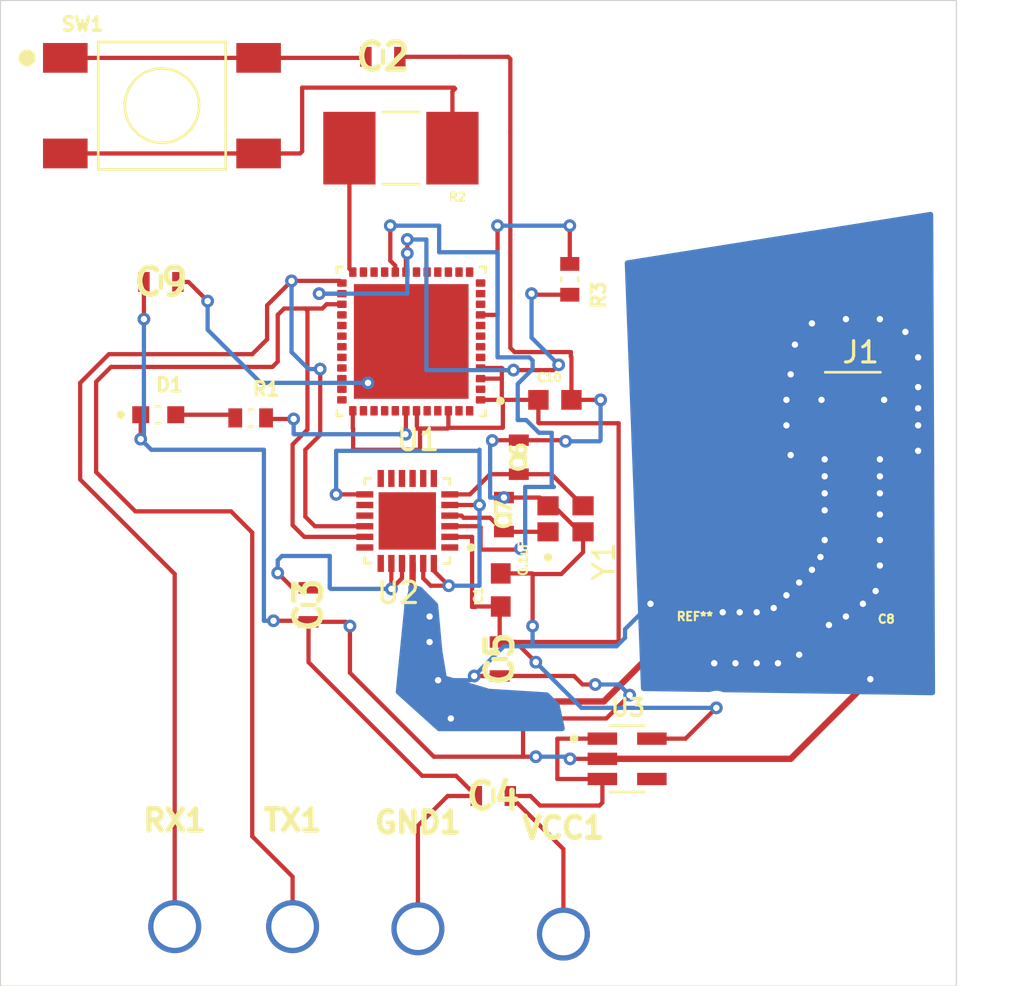
<source format=kicad_pcb>
(kicad_pcb (version 20241229) (generator "pcbnew") (generator_version "9.0")
  (layers (0 "F.Cu" signal) (2 "B.Cu" signal) (13 "F.Paste" user) (15 "B.Paste" user) (5 "F.SilkS" user "F.Silkscreen") (7 "B.SilkS" user "B.Silkscreen") (1 "F.Mask" user) (3 "B.Mask" user) (25 "Edge.Cuts" user))
  (net 0 "")
  (net 3 "Net-(D1-PadA)")
  (net 4 "ESP_GROUND")
  (net 9 "VCC")
  (net 11 "Pico_VDD")
  (net 26 "Net-(U1-GND)")
  (net 32 "Net-(U1-EN)")
  (net 34 "Net-(C2-Pad2)")
  (net 42 "Net-(C3-Pad2)")
  (net 43 "UFL_Connector")
  (net 48 "SX1280_Crystal")
  (net 57 "ESP_RX")
  (net 58 "Button_GPIO")
  (net 59 "Net-(U1-IO4)")
  (net 60 "ESP_TX")
  (net 61 "SX1280_RESET")
  (net 62 "Net-(U2-RFIO)")
  (net 63 "Net-(U1-IO21)")
  (footprint "Capacitor-1_2pF:Capacitor_1_2pF" (layer "F.Cu") (at 279.6 117.8)
    (property "Reference" "C8")
    (property "Value" "1.2 pF")
  )
  (footprint "PAD:Via_Pad" (layer "F.Cu") (at 264.7 127.25)
    (property "Reference" "VCC1")
    (property "Value" "~")
  )
  (footprint "SX1280IMLTRT:SX1280IMLTRT" (layer "F.Cu") (at 257.35 112.3 180)
    (property "Reference" "U2")
    (property "Value" "SX1280IMLTRT")
  )
  (footprint "ESP32-PICO-D4:ESP32_PICO_D4" (layer "F.Cu") (at 257.535 103.85 180)
    (property "Reference" "U1")
    (property "Value" "ESP32-PICO-D4")
  )
  (footprint "U.FL-R-SMT_01_:U.FL_R_SMT_01" (layer "F.Cu") (at 278.325 106.6)
    (property "Reference" "J1")
    (property "Value" "U.FL-R-SMT_01_")
  )
  (footprint "boot-button1:boot_button1" (layer "F.Cu") (at 245.8 92.75)
    (property "Reference" "SW1")
    (property "Value" "Button")
  )
  (footprint "10kResist:10kResist" (layer "F.Cu") (at 265 100.925 -90)
    (property "Reference" "R3")
    (property "Value" "10k_Resist")
  )
  (footprint "Decoup-Capacitor-0_1uF:Decoup_Capacitor_0_1uF" (layer "F.Cu") (at 264.3 106.6)
    (property "Reference" "C10")
    (property "Value" "0.1uF")
  )
  (footprint "Capacitor10uF:Capacitor10uF" (layer "F.Cu") (at 261.7 118.8 -90)
    (property "Reference" "C5")
    (property "Value" "10uF" (hide yes))
  )
  (footprint "PAD:Via_Pad" (layer "F.Cu") (at 246.4 126.9)
    (property "Reference" "RX1")
    (property "Value" "~")
  )
  (footprint "10kResist:10kResist" (layer "F.Cu") (at 249.975 107.45)
    (property "Reference" "R1")
    (property "Value" "10k_Resist")
  )
  (footprint "Capacitor10uF:Capacitor10uF" (layer "F.Cu") (at 245.75 101.05 180)
    (property "Reference" "C9")
    (property "Value" "10uF" (hide yes))
  )
  (footprint "Capacitor10uF:Capacitor10uF" (layer "F.Cu") (at 256.2 90.45 180)
    (property "Reference" "C2")
    (property "Value" "10uF" (hide yes))
  )
  (footprint "Crysta-RF-40MHz:Crysta_RF_40MHz" (layer "F.Cu") (at 264.8 112.2 90)
    (property "Reference" "Y1")
    (property "Value" "Crystal")
  )
  (footprint "3_3nH_Inductor:Inductor_3_3nH" (layer "F.Cu") (at 270.6 117.8)
    (property "Reference" "REF**")
    (property "Value" "INDC1006X60N")
  )
  (footprint "PAD:Via_Pad" (layer "F.Cu") (at 257.85 127)
    (property "Reference" "GND1")
    (property "Value" "~")
  )
  (footprint "Capacitor10uF:Capacitor10uF" (layer "F.Cu") (at 262.6 109.3 90)
    (property "Reference" "C6")
    (property "Value" "10uF" (hide yes))
  )
  (footprint "LDO-3v-500mA:LDO_3v_500mA" (layer "F.Cu") (at 267.7 123.5)
    (property "Reference" "U3")
    (property "Value" "LDO")
  )
  (footprint "PAD:Via_Pad" (layer "F.Cu") (at 251.95 126.9)
    (property "Reference" "TX1")
    (property "Value" "~")
  )
  (footprint "1kResist:1kResist" (layer "F.Cu") (at 257.05 94.75 180)
    (property "Reference" "R2")
    (property "Value" "1KOhms")
  )
  (footprint "LED_SML_D12M1WT86:LED_SML_D12M1WT86" (layer "F.Cu") (at 245.625 107.3)
    (property "Reference" "D1")
    (property "Value" "LED")
  )
  (footprint "Capacitor10uF:Capacitor10uF" (layer "F.Cu") (at 252.7 116.25 90)
    (property "Reference" "C3")
    (property "Value" "10uF" (hide yes))
  )
  (footprint "Decoup-Capacitor-0_1uF:Decoup_Capacitor_0_1uF" (layer "F.Cu") (at 261.75 115.55 90)
    (property "Reference" "C1")
    (property "Value" "0.1uF")
  )
  (footprint "Capacitor10uF:Capacitor10uF" (layer "F.Cu") (at 261.9 112 90)
    (property "Reference" "C7")
    (property "Value" "10uF" (hide yes))
  )
  (footprint "Capacitor10uF:Capacitor10uF" (layer "F.Cu") (at 261.4 125.25 180)
    (property "Reference" "C4")
    (property "Value" "10uF" (hide yes))
  )
  (gr_rect (start 238.2 87.8) (end 283.2 134.2) (stroke (width 0.05)) (fill no) (layer "Edge.Cuts"))
  (segment (start 249.1 107.3) (end 249.25 107.45) (width 0.2) (layer "F.Cu") (net 3))
  (segment (start 246.45 107.3) (end 249.1 107.3) (width 0.2) (layer "F.Cu") (net 3))
  (segment (start 252.65 117) (end 252.7 117.05) (width 0.2) (layer "F.Cu") (net 4))
  (segment (start 254.65 117.25) (end 254.45 117.05) (width 0.2) (layer "F.Cu") (net 4))
  (segment (start 260.5 119.6) (end 265.2 119.6) (width 0.2) (layer "F.Cu") (net 4))
  (segment (start 281 106.6) (end 281.4 107) (width 0.3) (layer "F.Cu") (net 4))
  (segment (start 265.2 121.6) (end 263.2 121.6) (width 0.2) (layer "F.Cu") (net 4))
  (segment (start 251.05 117) (end 252.65 117) (width 0.2) (layer "F.Cu") (net 4))
  (segment (start 254.45 117.05) (end 252.7 117.05) (width 0.2) (layer "F.Cu") (net 4))
  (segment (start 276.6 106.6) (end 275.4 105.4) (width 0.3) (layer "F.Cu") (net 4))
  (segment (start 265.625 113.775) (end 264.6 114.8) (width 0.2) (layer "F.Cu") (net 4))
  (segment (start 265.625 112.8125) (end 265.625 113.775) (width 0.2) (layer "F.Cu") (net 4))
  (segment (start 244.95 101.05) (end 244.95 102.8) (width 0.2) (layer "F.Cu") (net 4))
  (segment (start 261.9 111.2) (end 263.5875 111.2) (width 0.2) (layer "F.Cu") (net 4))
  (segment (start 262.2 90.55) (end 262.2 94) (width 0.2) (layer "F.Cu") (net 4))
  (segment (start 276.85 106.6) (end 276.6 106.6) (width 0.3) (layer "F.Cu") (net 4))
  (segment (start 279.15 119.75) (end 280.027 118.873) (width 0.3) (layer "F.Cu") (net 4))
  (segment (start 275.4 123.5) (end 278.15 120.75) (width 0.3) (layer "F.Cu") (net 4))
  (segment (start 266.719239 121.6) (end 265.2 121.6) (width 0.2) (layer "F.Cu") (net 4))
  (segment (start 262.8 122) (end 262.8 123.4) (width 0.2) (layer "F.Cu") (net 4))
  (segment (start 254.65 117.25) (end 254.65 119.45) (width 0.2) (layer "F.Cu") (net 4))
  (segment (start 263.2 121.6) (end 262.8 122) (width 0.2) (layer "F.Cu") (net 4))
  (segment (start 262.8 123.4) (end 263.4 123.4) (width 0.2) (layer "F.Cu") (net 4))
  (segment (start 259.65 124.3) (end 260.6 125.25) (width 0.2) (layer "F.Cu") (net 4))
  (segment (start 265.078 104.578) (end 265.078 106.6) (width 0.2) (layer "F.Cu") (net 4))
  (segment (start 244.8 107.3) (end 244.8 108.45) (width 0.2) (layer "F.Cu") (net 4))
  (segment (start 259.8 90.45) (end 262.1 90.45) (width 0.2) (layer "F.Cu") (net 4))
  (segment (start 257.85 126.65) (end 259.25 125.25) (width 0.2) (layer "F.Cu") (net 4))
  (segment (start 264.2375 111.5875) (end 265.4625 112.8125) (width 0.2) (layer "F.Cu") (net 4))
  (segment (start 279.2 103.8) (end 279.8 103.8) (width 0.3) (layer "F.Cu") (net 4))
  (segment (start 268.8 116.2) (end 271.8 116.2) (width 0.2) (layer "F.Cu") (net 4))
  (segment (start 262.1 90.45) (end 262.2 90.55) (width 0.2) (layer "F.Cu") (net 4))
  (segment (start 252.7 117.05) (end 252.7 118.95) (width 0.2) (layer "F.Cu") (net 4))
  (segment (start 265.6 120) (end 266.2 120) (width 0.2) (layer "F.Cu") (net 4))
  (segment (start 252.7 118.95) (end 258.05 124.3) (width 0.2) (layer "F.Cu") (net 4))
  (segment (start 279.8 103.8) (end 279.8 106.6) (width 0.3) (layer "F.Cu") (net 4))
  (segment (start 276.85 104.15) (end 277 104) (width 0.3) (layer "F.Cu") (net 4))
  (segment (start 263.222 114.772) (end 263.25 114.8) (width 0.2) (layer "F.Cu") (net 4))
  (segment (start 261.365 108.5) (end 261.35 108.515) (width 0.2) (layer "F.Cu") (net 4))
  (segment (start 280.027 118.873) (end 280.027 117.8) (width 0.3) (layer "F.Cu") (net 4))
  (segment (start 261.7 119.6) (end 260.5 119.6) (width 0.2) (layer "F.Cu") (net 4))
  (segment (start 267.819238 120.500001) (end 266.719239 121.6) (width 0.2) (layer "F.Cu") (net 4))
  (segment (start 262.4 104.35) (end 265.05 104.35) (width 0.2) (layer "F.Cu") (net 4))
  (segment (start 265.2 119.6) (end 265.6 120) (width 0.2) (layer "F.Cu") (net 4))
  (segment (start 257 90.45) (end 259.8 90.45) (width 0.2) (layer "F.Cu") (net 4))
  (segment (start 266.535 123.5) (end 275.4 123.5) (width 0.3) (layer "F.Cu") (net 4))
  (segment (start 264.6 114.8) (end 263.25 114.8) (width 0.2) (layer "F.Cu") (net 4))
  (segment (start 262.6 108.5) (end 261.365 108.5) (width 0.2) (layer "F.Cu") (net 4))
  (segment (start 278.15 120.75) (end 279.15 119.75) (width 0.3) (layer "F.Cu") (net 4))
  (segment (start 259.25 125.25) (end 260.6 125.25) (width 0.2) (layer "F.Cu") (net 4))
  (segment (start 263.25 114.8) (end 263.25 117.25) (width 0.2) (layer "F.Cu") (net 4))
  (segment (start 258.6 123.4) (end 262.8 123.4) (width 0.2) (layer "F.Cu") (net 4))
  (segment (start 257.85 126.65) (end 257.85 131.5) (width 0.2) (layer "F.Cu") (net 4))
  (segment (start 265.05 104.35) (end 265.05 104.55) (width 0.2) (layer "F.Cu") (net 4))
  (segment (start 271.8 116.2) (end 272.2 116.6) (width 0.2) (layer "F.Cu") (net 4))
  (segment (start 266.535 123.5) (end 265.015 123.5) (width 0.2) (layer "F.Cu") (net 4))
  (segment (start 276.85 106.6) (end 276.85 104.15) (width 0.3) (layer "F.Cu") (net 4))
  (segment (start 263.975 111.5875) (end 264.2375 111.5875) (width 0.2) (layer "F.Cu") (net 4))
  (segment (start 262.2 94) (end 262.2 104.15) (width 0.2) (layer "F.Cu") (net 4))
  (segment (start 264.75 108.5) (end 262.6 108.5) (width 0.2) (layer "F.Cu") (net 4))
  (segment (start 279.8 106.6) (end 281 106.6) (width 0.3) (layer "F.Cu") (net 4))
  (segment (start 258.05 124.3) (end 259.65 124.3) (width 0.2) (layer "F.Cu") (net 4))
  (segment (start 264.8 108.55) (end 264.75 108.5) (width 0.2) (layer "F.Cu") (net 4))
  (segment (start 277 104) (end 279 104) (width 0.3) (layer "F.Cu") (net 4))
  (segment (start 262.2 104.15) (end 262.4 104.35) (width 0.2) (layer "F.Cu") (net 4))
  (segment (start 265.4625 112.8125) (end 265.625 112.8125) (width 0.2) (layer "F.Cu") (net 4))
  (segment (start 261.75 114.772) (end 263.222 114.772) (width 0.2) (layer "F.Cu") (net 4))
  (segment (start 263.5875 111.2) (end 263.975 111.5875) (width 0.2) (layer "F.Cu") (net 4))
  (segment (start 265.05 104.55) (end 265.078 104.578) (width 0.2) (layer "F.Cu") (net 4))
  (segment (start 265.078 106.6) (end 266.45 106.6) (width 0.2) (layer "F.Cu") (net 4))
  (segment (start 279 104) (end 279.2 103.8) (width 0.3) (layer "F.Cu") (net 4))
  (segment (start 254.65 119.45) (end 258.6 123.4) (width 0.2) (layer "F.Cu") (net 4))
  (via (at 258.4 116.8) (size 0.6) (drill 0.3) (layers "F.Cu" "B.Cu") (net 4))
  (via (at 276.85 106.6) (size 0.6) (drill 0.3) (layers "F.Cu" "B.Cu") (net 4))
  (via (at 279.4 115.6) (size 0.6) (drill 0.3) (layers "F.Cu" "B.Cu") (net 4))
  (via (at 275.2 106.6) (size 0.6) (drill 0.3) (layers "F.Cu" "B.Cu") (net 4))
  (via (at 265.015 123.5) (size 0.6) (drill 0.3) (layers "F.Cu" "B.Cu") (net 4))
  (via (at 268.8 116.2) (size 0.6) (drill 0.3) (layers "F.Cu" "B.Cu") (net 4))
  (via (at 275.4 105.4) (size 0.6) (drill 0.3) (layers "F.Cu" "B.Cu") (net 4))
  (via (at 281.4 106) (size 0.6) (drill 0.3) (layers "F.Cu" "B.Cu") (net 4))
  (via (at 273.8 116.6) (size 0.6) (drill 0.3) (layers "F.Cu" "B.Cu") (net 4))
  (via (at 275.8 118.6) (size 0.6) (drill 0.3) (layers "F.Cu" "B.Cu") (net 4))
  (via (at 279.15 119.75) (size 0.6) (drill 0.3) (layers "F.Cu" "B.Cu") (net 4))
  (via (at 275.2 107.8) (size 0.6) (drill 0.3) (layers "F.Cu" "B.Cu") (net 4))
  (via (at 263.25 117.25) (size 0.6) (drill 0.3) (layers "F.Cu" "B.Cu") (net 4))
  (via (at 281.4 107) (size 0.6) (drill 0.3) (layers "F.Cu" "B.Cu") (net 4))
  (via (at 251.05 117) (size 0.6) (drill 0.3) (layers "F.Cu" "B.Cu") (net 4))
  (via (at 261.9 111.2) (size 0.6) (drill 0.3) (layers "F.Cu" "B.Cu") (net 4))
  (via (at 258.8 119.8) (size 0.6) (drill 0.3) (layers "F.Cu" "B.Cu") (net 4))
  (via (at 244.8 108.45) (size 0.6) (drill 0.3) (layers "F.Cu" "B.Cu") (net 4))
  (via (at 267.819238 120.500001) (size 0.6) (drill 0.3) (layers "F.Cu" "B.Cu") (net 4))
  (via (at 260.5 119.6) (size 0.6) (drill 0.3) (layers "F.Cu" "B.Cu") (net 4))
  (via (at 279.6 111) (size 0.6) (drill 0.3) (layers "F.Cu" "B.Cu") (net 4))
  (via (at 261.35 108.515) (size 0.6) (drill 0.3) (layers "F.Cu" "B.Cu") (net 4))
  (via (at 275.8 115.2) (size 0.6) (drill 0.3) (layers "F.Cu" "B.Cu") (net 4))
  (via (at 279.6 109.4) (size 0.6) (drill 0.3) (layers "F.Cu" "B.Cu") (net 4))
  (via (at 272.8 119) (size 0.6) (drill 0.3) (layers "F.Cu" "B.Cu") (net 4))
  (via (at 266.45 106.6) (size 0.6) (drill 0.3) (layers "F.Cu" "B.Cu") (net 4))
  (via (at 280.8 103.4) (size 0.6) (drill 0.3) (layers "F.Cu" "B.Cu") (net 4))
  (via (at 259.4 121.6) (size 0.6) (drill 0.3) (layers "F.Cu" "B.Cu") (net 4))
  (via (at 276.8 114) (size 0.6) (drill 0.3) (layers "F.Cu" "B.Cu") (net 4))
  (via (at 275.4 109.2) (size 0.6) (drill 0.3) (layers "F.Cu" "B.Cu") (net 4))
  (via (at 277 113.2) (size 0.6) (drill 0.3) (layers "F.Cu" "B.Cu") (net 4))
  (via (at 281.4 107.8) (size 0.6) (drill 0.3) (layers "F.Cu" "B.Cu") (net 4))
  (via (at 272.2 116.6) (size 0.6) (drill 0.3) (layers "F.Cu" "B.Cu") (net 4))
  (via (at 264.8 108.55) (size 0.6) (drill 0.3) (layers "F.Cu" "B.Cu") (net 4))
  (via (at 279.6 114.4) (size 0.6) (drill 0.3) (layers "F.Cu" "B.Cu") (net 4))
  (via (at 278 116.8) (size 0.6) (drill 0.3) (layers "F.Cu" "B.Cu") (net 4))
  (via (at 277 110.2) (size 0.6) (drill 0.3) (layers "F.Cu" "B.Cu") (net 4))
  (via (at 274.6 116.4) (size 0.6) (drill 0.3) (layers "F.Cu" "B.Cu") (net 4))
  (via (at 279.6 110.2) (size 0.6) (drill 0.3) (layers "F.Cu" "B.Cu") (net 4))
  (via (at 266.2 120) (size 0.6) (drill 0.3) (layers "F.Cu" "B.Cu") (net 4))
  (via (at 278.8 116.2) (size 0.6) (drill 0.3) (layers "F.Cu" "B.Cu") (net 4))
  (via (at 277 109.4) (size 0.6) (drill 0.3) (layers "F.Cu" "B.Cu") (net 4))
  (via (at 273.8 119) (size 0.6) (drill 0.3) (layers "F.Cu" "B.Cu") (net 4))
  (via (at 275.2 115.8) (size 0.6) (drill 0.3) (layers "F.Cu" "B.Cu") (net 4))
  (via (at 273 116.6) (size 0.6) (drill 0.3) (layers "F.Cu" "B.Cu") (net 4))
  (via (at 279.6 112) (size 0.6) (drill 0.3) (layers "F.Cu" "B.Cu") (net 4))
  (via (at 258.4 118) (size 0.6) (drill 0.3) (layers "F.Cu" "B.Cu") (net 4))
  (via (at 279.6 102.8) (size 0.6) (drill 0.3) (layers "F.Cu" "B.Cu") (net 4))
  (via (at 254.65 117.25) (size 0.6) (drill 0.3) (layers "F.Cu" "B.Cu") (net 4))
  (via (at 277.2 117.2) (size 0.6) (drill 0.3) (layers "F.Cu" "B.Cu") (net 4))
  (via (at 278 102.8) (size 0.6) (drill 0.3) (layers "F.Cu" "B.Cu") (net 4))
  (via (at 279.6 113.2) (size 0.6) (drill 0.3) (layers "F.Cu" "B.Cu") (net 4))
  (via (at 275.6 104) (size 0.6) (drill 0.3) (layers "F.Cu" "B.Cu") (net 4))
  (via (at 277 111.8) (size 0.6) (drill 0.3) (layers "F.Cu" "B.Cu") (net 4))
  (via (at 276.4 114.6) (size 0.6) (drill 0.3) (layers "F.Cu" "B.Cu") (net 4))
  (via (at 277 111) (size 0.6) (drill 0.3) (layers "F.Cu" "B.Cu") (net 4))
  (via (at 281.4 104.6) (size 0.6) (drill 0.3) (layers "F.Cu" "B.Cu") (net 4))
  (via (at 244.95 102.8) (size 0.6) (drill 0.3) (layers "F.Cu" "B.Cu") (net 4))
  (via (at 279.8 106.6) (size 0.6) (drill 0.3) (layers "F.Cu" "B.Cu") (net 4))
  (via (at 276.4 103) (size 0.6) (drill 0.3) (layers "F.Cu" "B.Cu") (net 4))
  (via (at 263.4 123.4) (size 0.6) (drill 0.3) (layers "F.Cu" "B.Cu") (net 4))
  (via (at 271.8 119) (size 0.6) (drill 0.3) (layers "F.Cu" "B.Cu") (net 4))
  (via (at 281.4 109) (size 0.6) (drill 0.3) (layers "F.Cu" "B.Cu") (net 4))
  (via (at 274.8 119) (size 0.6) (drill 0.3) (layers "F.Cu" "B.Cu") (net 4))
  (segment (start 263.2 118.2) (end 267.2 118.2) (width 0.2) (layer "B.Cu") (net 4))
  (segment (start 258.8 119.8) (end 260.3 119.8) (width 0.2) (layer "B.Cu") (net 4))
  (segment (start 250.6 117) (end 251.05 117) (width 0.2) (layer "B.Cu") (net 4))
  (segment (start 263.25 117.25) (end 263.25 118.15) (width 0.2) (layer "B.Cu") (net 4))
  (segment (start 266.4 108.55) (end 264.8 108.55) (width 0.2) (layer "B.Cu") (net 4))
  (segment (start 266.2 120) (end 267.319237 120) (width 0.2) (layer "B.Cu") (net 4))
  (segment (start 267.319237 120) (end 267.819238 120.500001) (width 0.2) (layer "B.Cu") (net 4))
  (segment (start 260.3 119.8) (end 260.5 119.6) (width 0.2) (layer "B.Cu") (net 4))
  (segment (start 261.25 108.615) (end 261.25 111.2) (width 0.2) (layer "B.Cu") (net 4))
  (segment (start 260.5 119.6) (end 261.9 118.2) (width 0.2) (layer "B.Cu") (net 4))
  (segment (start 263.4 123.4) (end 264.915 123.4) (width 0.2) (layer "B.Cu") (net 4))
  (segment (start 261.35 108.515) (end 261.25 108.615) (width 0.2) (layer "B.Cu") (net 4))
  (segment (start 261.25 111.2) (end 261.9 111.2) (width 0.2) (layer "B.Cu") (net 4))
  (segment (start 267.2 118.2) (end 267.6 117.8) (width 0.2) (layer "B.Cu") (net 4))
  (segment (start 245.3 108.95) (end 250.6 108.95) (width 0.2) (layer "B.Cu") (net 4))
  (segment (start 244.95 108.3) (end 244.8 108.45) (width 0.2) (layer "B.Cu") (net 4))
  (segment (start 263.25 118.15) (end 263.2 118.2) (width 0.2) (layer "B.Cu") (net 4))
  (segment (start 250.6 108.95) (end 250.6 117) (width 0.2) (layer "B.Cu") (net 4))
  (segment (start 267.6 117.8) (end 267.6 117.4) (width 0.2) (layer "B.Cu") (net 4))
  (segment (start 267.6 117.4) (end 268.8 116.2) (width 0.2) (layer "B.Cu") (net 4))
  (segment (start 244.95 102.8) (end 244.95 108.3) (width 0.2) (layer "B.Cu") (net 4))
  (segment (start 254.65 117.25) (end 254.55 117.35) (width 0.2) (layer "B.Cu") (net 4))
  (segment (start 266.45 108.5) (end 266.4 108.55) (width 0.2) (layer "B.Cu") (net 4))
  (segment (start 261.9 118.2) (end 263.2 118.2) (width 0.2) (layer "B.Cu") (net 4))
  (segment (start 244.8 108.45) (end 245.3 108.95) (width 0.2) (layer "B.Cu") (net 4))
  (segment (start 264.915 123.4) (end 265.015 123.5) (width 0.2) (layer "B.Cu") (net 4))
  (segment (start 266.45 106.6) (end 266.45 108.5) (width 0.2) (layer "B.Cu") (net 4))
  (segment (start 266.535 125.565) (end 266.4 125.7) (width 0.2) (layer "F.Cu") (net 9))
  (segment (start 266.535 124.45) (end 266.535 125.565) (width 0.2) (layer "F.Cu") (net 9))
  (segment (start 264.415 124.45) (end 266.535 124.45) (width 0.2) (layer "F.Cu") (net 9))
  (segment (start 266.4 125.7) (end 263.6 125.7) (width 0.2) (layer "F.Cu") (net 9))
  (segment (start 264.415 122.55) (end 264.415 124.45) (width 0.2) (layer "F.Cu") (net 9))
  (segment (start 266.535 122.55) (end 264.415 122.55) (width 0.2) (layer "F.Cu") (net 9))
  (segment (start 263.15 125.25) (end 262.2 125.25) (width 0.2) (layer "F.Cu") (net 9))
  (segment (start 262.2 125.25) (end 264.7 127.75) (width 0.2) (layer "F.Cu") (net 9))
  (segment (start 264.7 127.75) (end 264.7 131.75) (width 0.2) (layer "F.Cu") (net 9))
  (segment (start 263.6 125.7) (end 263.15 125.25) (width 0.2) (layer "F.Cu") (net 9))
  (segment (start 258 107.95) (end 259.25 107.95) (width 0.2) (layer "F.Cu") (net 11))
  (segment (start 257.95 108) (end 258 107.95) (width 0.2) (layer "F.Cu") (net 11))
  (segment (start 261.7 118) (end 262.45 118) (width 0.2) (layer "F.Cu") (net 11))
  (segment (start 260.8 106.6) (end 261.8 106.6) (width 0.2) (layer "F.Cu") (net 11))
  (segment (start 254.785 107.935) (end 254.8 107.95) (width 0.2) (layer "F.Cu") (net 11))
  (segment (start 254.785 107.115) (end 254.785 107.935) (width 0.2) (layer "F.Cu") (net 11))
  (segment (start 261.8 105.1) (end 261.8 105.6) (width 0.2) (layer "F.Cu") (net 11))
  (segment (start 265 101.65) (end 263.25 101.65) (width 0.2) (layer "F.Cu") (net 11))
  (segment (start 267.3 118) (end 267.3 107.7) (width 0.2) (layer "F.Cu") (net 11))
  (segment (start 261.85 107.9) (end 261.85 106.65) (width 0.2) (layer "F.Cu") (net 11))
  (segment (start 270.45 122.55) (end 268.865 122.55) (width 0.2) (layer "F.Cu") (net 11))
  (segment (start 260.55 116.35) (end 260.572 116.328) (width 0.2) (layer "F.Cu") (net 11))
  (segment (start 257.8 107.13) (end 257.8 107.95) (width 0.2) (layer "F.Cu") (net 11))
  (segment (start 257.785 107.115) (end 257.8 107.13) (width 0.2) (layer "F.Cu") (net 11))
  (segment (start 261.835 107.915) (end 261.85 107.9) (width 0.2) (layer "F.Cu") (net 11))
  (segment (start 261.9 105.2) (end 261.8 105.1) (width 0.2) (layer "F.Cu") (net 11))
  (segment (start 257.95 108.95) (end 257.95 108) (width 0.2) (layer "F.Cu") (net 11))
  (segment (start 260.8 105.1) (end 261.8 105.1) (width 0.2) (layer "F.Cu") (net 11))
  (segment (start 261.85 106.65) (end 261.8 106.6) (width 0.2) (layer "F.Cu") (net 11))
  (segment (start 254.8 108.95) (end 257.95 108.95) (width 0.2) (layer "F.Cu") (net 11))
  (segment (start 254.27 101.6) (end 253.2 101.6) (width 0.2) (layer "F.Cu") (net 11))
  (segment (start 260.4 113.05) (end 260.4 116.35) (width 0.2) (layer "F.Cu") (net 11))
  (segment (start 260.8 105.6) (end 261.8 105.6) (width 0.2) (layer "F.Cu") (net 11))
  (segment (start 259.35 113.05) (end 260.4 113.05) (width 0.2) (layer "F.Cu") (net 11))
  (segment (start 257.8 107.95) (end 258 107.95) (width 0.2) (layer "F.Cu") (net 11))
  (segment (start 257.35 99.7) (end 257.285 99.765) (width 0.2) (layer "F.Cu") (net 11))
  (segment (start 263.522 107.672) (end 263.522 106.6) (width 0.2) (layer "F.Cu") (net 11))
  (segment (start 263.55 107.7) (end 263.522 107.672) (width 0.2) (layer "F.Cu") (net 11))
  (segment (start 261.7 118) (end 267.3 118) (width 0.2) (layer "F.Cu") (net 11))
  (segment (start 261.7 118) (end 261.7 116.378) (width 0.2) (layer "F.Cu") (net 11))
  (segment (start 260.572 116.328) (end 261.75 116.328) (width 0.2) (layer "F.Cu") (net 11))
  (segment (start 263.25 101.65) (end 263.2 101.6) (width 0.2) (layer "F.Cu") (net 11))
  (segment (start 261.8 105.6) (end 261.8 106.6) (width 0.2) (layer "F.Cu") (net 11))
  (segment (start 261.7 116.378) (end 261.75 116.328) (width 0.2) (layer "F.Cu") (net 11))
  (segment (start 271.9 121.1) (end 270.45 122.55) (width 0.2) (layer "F.Cu") (net 11))
  (segment (start 261.8 106.6) (end 263.522 106.6) (width 0.2) (layer "F.Cu") (net 11))
  (segment (start 259.285 107.915) (end 259.285 107.115) (width 0.2) (layer "F.Cu") (net 11))
  (segment (start 262.45 118) (end 263.4 118.95) (width 0.2) (layer "F.Cu") (net 11))
  (segment (start 257.35 99.7) (end 257.35 99.05) (width 0.2) (layer "F.Cu") (net 11))
  (segment (start 267.3 107.7) (end 263.55 107.7) (width 0.2) (layer "F.Cu") (net 11))
  (segment (start 262.35 105.2) (end 261.9 105.2) (width 0.2) (layer "F.Cu") (net 11))
  (segment (start 264.478 104.95) (end 264.228 105.2) (width 0.2) (layer "F.Cu") (net 11))
  (segment (start 260.4 116.35) (end 260.55 116.35) (width 0.2) (layer "F.Cu") (net 11))
  (segment (start 259.25 107.95) (end 259.285 107.915) (width 0.2) (layer "F.Cu") (net 11))
  (segment (start 257.285 99.765) (end 257.285 100.585) (width 0.2) (layer "F.Cu") (net 11))
  (segment (start 254.8 107.95) (end 254.8 108.95) (width 0.2) (layer "F.Cu") (net 11))
  (segment (start 264.228 105.2) (end 262.35 105.2) (width 0.2) (layer "F.Cu") (net 11))
  (segment (start 259.285 107.915) (end 261.835 107.915) (width 0.2) (layer "F.Cu") (net 11))
  (via (at 263.4 118.95) (size 0.6) (drill 0.3) (layers "F.Cu" "B.Cu") (net 11))
  (via (at 262.35 105.2) (size 0.6) (drill 0.3) (layers "F.Cu" "B.Cu") (net 11))
  (via (at 263.2 101.6) (size 0.6) (drill 0.3) (layers "F.Cu" "B.Cu") (net 11))
  (via (at 257.35 99.7) (size 0.6) (drill 0.3) (layers "F.Cu" "B.Cu") (net 11))
  (via (at 264.478 104.95) (size 0.6) (drill 0.3) (layers "F.Cu" "B.Cu") (net 11))
  (via (at 271.9 121.1) (size 0.6) (drill 0.3) (layers "F.Cu" "B.Cu") (net 11))
  (via (at 253.2 101.6) (size 0.6) (drill 0.3) (layers "F.Cu" "B.Cu") (net 11))
  (via (at 257.35 99.05) (size 0.6) (drill 0.3) (layers "F.Cu" "B.Cu") (net 11))
  (segment (start 257.35 101.6) (end 257.35 100.6) (width 0.2) (layer "B.Cu") (net 11))
  (segment (start 263.2 101.6) (end 263.2 103.672) (width 0.2) (layer "B.Cu") (net 11))
  (segment (start 257.35 100.6) (end 257.35 99.7) (width 0.2) (layer "B.Cu") (net 11))
  (segment (start 263.4 118.95) (end 265.55 121.1) (width 0.2) (layer "B.Cu") (net 11))
  (segment (start 265.55 121.1) (end 271.9 121.1) (width 0.2) (layer "B.Cu") (net 11))
  (segment (start 253.2 101.6) (end 257.35 101.6) (width 0.2) (layer "B.Cu") (net 11))
  (segment (start 258.25 99.05) (end 258.25 105.2) (width 0.2) (layer "B.Cu") (net 11))
  (segment (start 258.25 105.2) (end 262.35 105.2) (width 0.2) (layer "B.Cu") (net 11))
  (segment (start 263.2 103.672) (end 264.478 104.95) (width 0.2) (layer "B.Cu") (net 11))
  (segment (start 257.35 99.05) (end 258.25 99.05) (width 0.2) (layer "B.Cu") (net 11))
  (segment (start 247.05 101.05) (end 247.95 101.95) (width 0.2) (layer "F.Cu") (net 26))
  (segment (start 257.535 103.85) (end 255.585 105.8) (width 0.2) (layer "F.Cu") (net 26))
  (segment (start 255.585 105.8) (end 255.5 105.8) (width 0.2) (layer "F.Cu") (net 26))
  (segment (start 246.55 101.05) (end 247.05 101.05) (width 0.2) (layer "F.Cu") (net 26))
  (via (at 247.95 101.95) (size 0.6) (drill 0.3) (layers "F.Cu" "B.Cu") (net 26))
  (via (at 255.5 105.8) (size 0.6) (drill 0.3) (layers "F.Cu" "B.Cu") (net 26))
  (segment (start 255.5 105.8) (end 250.45 105.8) (width 0.2) (layer "B.Cu") (net 26))
  (segment (start 250.45 105.8) (end 247.95 103.3) (width 0.2) (layer "B.Cu") (net 26))
  (segment (start 247.95 103.3) (end 247.95 101.95) (width 0.2) (layer "B.Cu") (net 26))
  (segment (start 260.8 102.6) (end 261.6 102.6) (width 0.2) (layer "F.Cu") (net 32))
  (segment (start 261.6 102.6) (end 261.6 98.4) (width 0.2) (layer "F.Cu") (net 32))
  (segment (start 265 98.4) (end 265 100.2) (width 0.2) (layer "F.Cu") (net 32))
  (via (at 261.6 98.4) (size 0.6) (drill 0.3) (layers "F.Cu" "B.Cu") (net 32))
  (via (at 265 98.4) (size 0.6) (drill 0.3) (layers "F.Cu" "B.Cu") (net 32))
  (segment (start 261.6 98.4) (end 265 98.4) (width 0.2) (layer "B.Cu") (net 32))
  (segment (start 255.35 90.5) (end 255.4 90.45) (width 0.2) (layer "F.Cu") (net 34))
  (segment (start 241.25 90.5) (end 250.35 90.5) (width 0.2) (layer "F.Cu") (net 34))
  (segment (start 250.35 90.5) (end 255.35 90.5) (width 0.2) (layer "F.Cu") (net 34))
  (segment (start 258.1 115) (end 258.45 115.35) (width 0.2) (layer "F.Cu") (net 42))
  (segment (start 257.1 114.3) (end 257.1 115) (width 0.2) (layer "F.Cu") (net 42))
  (segment (start 258.6 114.3) (end 258.6 114.65) (width 0.2) (layer "F.Cu") (net 42))
  (segment (start 259.35 111.55) (end 260.75 111.55) (width 0.2) (layer "F.Cu") (net 42))
  (segment (start 258.45 115.35) (end 259.3 115.35) (width 0.2) (layer "F.Cu") (net 42))
  (segment (start 251.95 115.45) (end 251.25 114.75) (width 0.2) (layer "F.Cu") (net 42))
  (segment (start 258.1 114.3) (end 258.1 115) (width 0.2) (layer "F.Cu") (net 42))
  (segment (start 252.7 115.45) (end 251.95 115.45) (width 0.2) (layer "F.Cu") (net 42))
  (segment (start 257.1 115) (end 256.6 115.5) (width 0.2) (layer "F.Cu") (net 42))
  (segment (start 258.6 114.65) (end 259.3 115.35) (width 0.2) (layer "F.Cu") (net 42))
  (segment (start 255.35 111.05) (end 254 111.05) (width 0.2) (layer "F.Cu") (net 42))
  (segment (start 256.6 114.3) (end 256.6 115.5) (width 0.2) (layer "F.Cu") (net 42))
  (via (at 254 111.05) (size 0.6) (drill 0.3) (layers "F.Cu" "B.Cu") (net 42))
  (via (at 259.3 115.35) (size 0.6) (drill 0.3) (layers "F.Cu" "B.Cu") (net 42))
  (via (at 260.75 111.55) (size 0.6) (drill 0.3) (layers "F.Cu" "B.Cu") (net 42))
  (via (at 251.25 114.75) (size 0.6) (drill 0.3) (layers "F.Cu" "B.Cu") (net 42))
  (via (at 256.6 115.5) (size 0.6) (drill 0.3) (layers "F.Cu" "B.Cu") (net 42))
  (segment (start 253.7 115.45) (end 253.7 113.95) (width 0.2) (layer "B.Cu") (net 42))
  (segment (start 256.6 115.5) (end 253.75 115.5) (width 0.2) (layer "B.Cu") (net 42))
  (segment (start 251.45 113.95) (end 251.25 114.15) (width 0.2) (layer "B.Cu") (net 42))
  (segment (start 260.75 111.55) (end 260.75 115.35) (width 0.2) (layer "B.Cu") (net 42))
  (segment (start 254 109) (end 260.7 109) (width 0.2) (layer "B.Cu") (net 42))
  (segment (start 251.25 114.75) (end 251.25 114.15) (width 0.2) (layer "B.Cu") (net 42))
  (segment (start 253.7 113.95) (end 251.45 113.95) (width 0.2) (layer "B.Cu") (net 42))
  (segment (start 253.75 115.5) (end 253.7 115.45) (width 0.2) (layer "B.Cu") (net 42))
  (segment (start 260.75 115.35) (end 259.3 115.35) (width 0.2) (layer "B.Cu") (net 42))
  (segment (start 260.75 108.95) (end 260.75 111.55) (width 0.2) (layer "B.Cu") (net 42))
  (segment (start 254 111.05) (end 254 109) (width 0.2) (layer "B.Cu") (net 42))
  (segment (start 260.7 109) (end 260.75 108.95) (width 0.2) (layer "B.Cu") (net 42))
  (segment (start 275 117.8) (end 278.4 114.4) (width 1.4) (layer "F.Cu") (net 43))
  (segment (start 278.325 111.325) (end 278.325 108.15) (width 1.4) (layer "F.Cu") (net 43))
  (segment (start 278.4 111.4) (end 278.325 111.325) (width 1.4) (layer "F.Cu") (net 43))
  (segment (start 279.173 117.8) (end 275 117.8) (width 0.5) (layer "F.Cu") (net 43))
  (segment (start 275 117.8) (end 271.6 117.8) (width 1.4) (layer "F.Cu") (net 43))
  (segment (start 278.4 114.4) (end 278.4 111.4) (width 1.4) (layer "F.Cu") (net 43))
  (segment (start 259.35 112.05) (end 259.9 112.05) (width 0.2) (layer "F.Cu") (net 48))
  (segment (start 262.0625 112.8125) (end 263.975 112.8125) (width 0.2) (layer "F.Cu") (net 48))
  (segment (start 261.25 112.15) (end 261.9 112.8) (width 0.2) (layer "F.Cu") (net 48))
  (segment (start 262.05 112.8) (end 262.0625 112.8125) (width 0.2) (layer "F.Cu") (net 48))
  (segment (start 264.1375 110.1) (end 265.625 111.5875) (width 0.2) (layer "F.Cu") (net 48))
  (segment (start 262.6 110.1) (end 264.1375 110.1) (width 0.2) (layer "F.Cu") (net 48))
  (segment (start 261.25 110.1) (end 262.6 110.1) (width 0.2) (layer "F.Cu") (net 48))
  (segment (start 260 112.15) (end 261.25 112.15) (width 0.2) (layer "F.Cu") (net 48))
  (segment (start 259.9 112.05) (end 260 112.15) (width 0.2) (layer "F.Cu") (net 48))
  (segment (start 261.9 112.8) (end 262.05 112.8) (width 0.2) (layer "F.Cu") (net 48))
  (segment (start 259.35 111.05) (end 260.3 111.05) (width 0.2) (layer "F.Cu") (net 48))
  (segment (start 260.3 111.05) (end 261.25 110.1) (width 0.2) (layer "F.Cu") (net 48))
  (segment (start 243.3 104.45) (end 241.95 105.8) (width 0.2) (layer "F.Cu") (net 57))
  (segment (start 252.55 108.95) (end 253.25 108.25) (width 0.2) (layer "F.Cu") (net 57))
  (segment (start 251.9 101) (end 250.75 102.15) (width 0.2) (layer "F.Cu") (net 57))
  (segment (start 253 112.55) (end 252.55 112.1) (width 0.2) (layer "F.Cu") (net 57))
  (segment (start 241.95 105.8) (end 241.95 110.35) (width 0.2) (layer "F.Cu") (net 57))
  (segment (start 246.4 114.8) (end 246.4 131.4) (width 0.2) (layer "F.Cu") (net 57))
  (segment (start 255.35 112.55) (end 253 112.55) (width 0.2) (layer "F.Cu") (net 57))
  (segment (start 250.75 102.15) (end 250.75 103.75) (width 0.2) (layer "F.Cu") (net 57))
  (segment (start 250.75 103.75) (end 250.05 104.45) (width 0.2) (layer "F.Cu") (net 57))
  (segment (start 253.25 108.25) (end 253.25 105.15) (width 0.2) (layer "F.Cu") (net 57))
  (segment (start 252.55 112.1) (end 252.55 108.95) (width 0.2) (layer "F.Cu") (net 57))
  (segment (start 251.901 100.999) (end 251.9 101) (width 0.2) (layer "F.Cu") (net 57))
  (segment (start 254.169 100.999) (end 251.901 100.999) (width 0.2) (layer "F.Cu") (net 57))
  (segment (start 241.95 110.35) (end 246.4 114.8) (width 0.2) (layer "F.Cu") (net 57))
  (segment (start 250.05 104.45) (end 243.3 104.45) (width 0.2) (layer "F.Cu") (net 57))
  (segment (start 254.27 101.1) (end 254.169 100.999) (width 0.2) (layer "F.Cu") (net 57))
  (via (at 251.9 101) (size 0.6) (drill 0.3) (layers "F.Cu" "B.Cu") (net 57))
  (via (at 253.25 105.15) (size 0.6) (drill 0.3) (layers "F.Cu" "B.Cu") (net 57))
  (segment (start 253.25 105.15) (end 252.7 105.15) (width 0.2) (layer "B.Cu") (net 57))
  (segment (start 251.9 104.35) (end 251.9 101) (width 0.2) (layer "B.Cu") (net 57))
  (segment (start 252.7 105.15) (end 251.9 104.35) (width 0.2) (layer "B.Cu") (net 57))
  (segment (start 252.3 95) (end 252.4 94.9) (width 0.2) (layer "F.Cu") (net 58))
  (segment (start 241.25 95) (end 250.35 95) (width 0.2) (layer "F.Cu") (net 58))
  (segment (start 252.4 94.9) (end 252.4 91.9) (width 0.2) (layer "F.Cu") (net 58))
  (segment (start 259.475 92.075) (end 259.475 94.75) (width 0.2) (layer "F.Cu") (net 58))
  (segment (start 250.35 95) (end 252.3 95) (width 0.2) (layer "F.Cu") (net 58))
  (segment (start 259.6 91.95) (end 259.475 92.075) (width 0.2) (layer "F.Cu") (net 58))
  (segment (start 252.4 91.9) (end 259.55 91.9) (width 0.2) (layer "F.Cu") (net 58))
  (segment (start 259.55 91.9) (end 259.6 91.95) (width 0.2) (layer "F.Cu") (net 58))
  (segment (start 254.625 94.75) (end 254.625 100.425) (width 0.2) (layer "F.Cu") (net 59))
  (segment (start 254.625 100.425) (end 254.785 100.585) (width 0.2) (layer "F.Cu") (net 59))
  (segment (start 252.65 102.4) (end 252.55 102.3) (width 0.2) (layer "F.Cu") (net 60))
  (segment (start 253.349943 102.3) (end 252.55 102.3) (width 0.2) (layer "F.Cu") (net 60))
  (segment (start 251.55 102.3) (end 251.25 102.6) (width 0.2) (layer "F.Cu") (net 60))
  (segment (start 244.55 111.85) (end 249.05 111.85) (width 0.2) (layer "F.Cu") (net 60))
  (segment (start 251.95 108.7) (end 252.65 108) (width 0.2) (layer "F.Cu") (net 60))
  (segment (start 242.7 105.75) (end 242.7 110) (width 0.2) (layer "F.Cu") (net 60))
  (segment (start 251.25 102.6) (end 251.25 104.8) (width 0.2) (layer "F.Cu") (net 60))
  (segment (start 252.5 113.05) (end 251.95 112.5) (width 0.2) (layer "F.Cu") (net 60))
  (segment (start 250.05 112.85) (end 250.05 127.15) (width 0.2) (layer "F.Cu") (net 60))
  (segment (start 250.05 127.15) (end 251.95 129.05) (width 0.2) (layer "F.Cu") (net 60))
  (segment (start 242.7 110) (end 244.55 111.85) (width 0.2) (layer "F.Cu") (net 60))
  (segment (start 254.27 102.1) (end 253.549943 102.1) (width 0.2) (layer "F.Cu") (net 60))
  (segment (start 251.95 129.05) (end 251.95 131.4) (width 0.2) (layer "F.Cu") (net 60))
  (segment (start 253.549943 102.1) (end 253.349943 102.3) (width 0.2) (layer "F.Cu") (net 60))
  (segment (start 255.35 113.05) (end 252.5 113.05) (width 0.2) (layer "F.Cu") (net 60))
  (segment (start 252.55 102.3) (end 251.55 102.3) (width 0.2) (layer "F.Cu") (net 60))
  (segment (start 252.65 108) (end 252.65 102.4) (width 0.2) (layer "F.Cu") (net 60))
  (segment (start 243.4 105.05) (end 242.7 105.75) (width 0.2) (layer "F.Cu") (net 60))
  (segment (start 251 105.05) (end 243.4 105.05) (width 0.2) (layer "F.Cu") (net 60))
  (segment (start 251.95 112.5) (end 251.95 108.7) (width 0.2) (layer "F.Cu") (net 60))
  (segment (start 249.05 111.85) (end 250.05 112.85) (width 0.2) (layer "F.Cu") (net 60))
  (segment (start 251.25 104.8) (end 251 105.05) (width 0.2) (layer "F.Cu") (net 60))
  (segment (start 256.55 100.048738) (end 256.785 100.283738) (width 0.2) (layer "F.Cu") (net 61))
  (segment (start 262.641053 113.65) (end 262.68079 113.610263) (width 0.2) (layer "F.Cu") (net 61))
  (segment (start 259.35 112.55) (end 260.75 112.55) (width 0.2) (layer "F.Cu") (net 61))
  (segment (start 260.75 112.55) (end 260.8 112.6) (width 0.2) (layer "F.Cu") (net 61))
  (segment (start 256.55 98.4) (end 256.55 100.048738) (width 0.2) (layer "F.Cu") (net 61))
  (segment (start 260.8 112.6) (end 260.8 113.65) (width 0.2) (layer "F.Cu") (net 61))
  (segment (start 256.785 100.283738) (end 256.785 100.585) (width 0.2) (layer "F.Cu") (net 61))
  (segment (start 260.8 113.65) (end 262.641053 113.65) (width 0.2) (layer "F.Cu") (net 61))
  (via (at 256.55 98.4) (size 0.6) (drill 0.3) (layers "F.Cu" "B.Cu") (net 61))
  (via (at 262.68079 113.610263) (size 0.6) (drill 0.3) (layers "F.Cu" "B.Cu") (net 61))
  (segment (start 263.55 108.15) (end 262.95 107.55) (width 0.2) (layer "B.Cu") (net 61))
  (segment (start 262.9 113.391053) (end 262.9 110.7) (width 0.2) (layer "B.Cu") (net 61))
  (segment (start 263.25 104.75) (end 263.099 104.599) (width 0.2) (layer "B.Cu") (net 61))
  (segment (start 262.55 107.55) (end 262.55 105.85) (width 0.2) (layer "B.Cu") (net 61))
  (segment (start 264.15 108.15) (end 263.55 108.15) (width 0.2) (layer "B.Cu") (net 61))
  (segment (start 262.68079 113.610263) (end 262.9 113.391053) (width 0.2) (layer "B.Cu") (net 61))
  (segment (start 261.601 104.599) (end 261.6 104.6) (width 0.2) (layer "B.Cu") (net 61))
  (segment (start 262.9 110.7) (end 264.25 110.7) (width 0.2) (layer "B.Cu") (net 61))
  (segment (start 264.15 110.6) (end 264.15 108.15) (width 0.2) (layer "B.Cu") (net 61))
  (segment (start 263.099 104.599) (end 261.601 104.599) (width 0.2) (layer "B.Cu") (net 61))
  (segment (start 262.95 107.55) (end 262.55 107.55) (width 0.2) (layer "B.Cu") (net 61))
  (segment (start 258.85 99.65) (end 258.85 98.4) (width 0.2) (layer "B.Cu") (net 61))
  (segment (start 264.25 110.7) (end 264.15 110.6) (width 0.2) (layer "B.Cu") (net 61))
  (segment (start 261.6 104.6) (end 261.6 99.65) (width 0.2) (layer "B.Cu") (net 61))
  (segment (start 262.6 105.8) (end 263.25 105.15) (width 0.2) (layer "B.Cu") (net 61))
  (segment (start 258.85 98.4) (end 256.55 98.4) (width 0.2) (layer "B.Cu") (net 61))
  (segment (start 262.55 105.85) (end 262.6 105.8) (width 0.2) (layer "B.Cu") (net 61))
  (segment (start 263.25 105.15) (end 263.25 104.75) (width 0.2) (layer "B.Cu") (net 61))
  (segment (start 261.6 99.65) (end 258.85 99.65) (width 0.2) (layer "B.Cu") (net 61))
  (segment (start 266.6 120.8) (end 269.6 117.8) (width 0.3) (layer "F.Cu") (net 62))
  (segment (start 257.6 114.3) (end 257.6 119.8) (width 0.3) (layer "F.Cu") (net 62))
  (segment (start 257.6 119.8) (end 258.6 120.8) (width 0.3) (layer "F.Cu") (net 62))
  (segment (start 258.6 120.8) (end 266.6 120.8) (width 0.3) (layer "F.Cu") (net 62))
  (segment (start 252 107.5) (end 250.75 107.5) (width 0.2) (layer "F.Cu") (net 63))
  (segment (start 250.75 107.5) (end 250.7 107.45) (width 0.2) (layer "F.Cu") (net 63))
  (segment (start 257.285 108.196672) (end 257.263343 108.218329) (width 0.2) (layer "F.Cu") (net 63))
  (segment (start 257.285 107.115) (end 257.285 108.196672) (width 0.2) (layer "F.Cu") (net 63))
  (via (at 257.263343 108.218329) (size 0.6) (drill 0.3) (layers "F.Cu" "B.Cu") (net 63))
  (via (at 252 107.5) (size 0.6) (drill 0.3) (layers "F.Cu" "B.Cu") (net 63))
  (segment (start 252 108.2) (end 252 107.5) (width 0.2) (layer "B.Cu") (net 63))
  (segment (start 257.263343 108.218329) (end 252.018329 108.218329) (width 0.2) (layer "B.Cu") (net 63))
  (segment (start 252.018329 108.218329) (end 252 108.2) (width 0.2) (layer "B.Cu") (net 63))
  (zone (net 4) (net_name "ESP_GROUND") (layer "B.Cu") (name "Ground ") (connect_pads (clearance 0.5)) (min_thickness 0.25) (fill yes (thermal_gap 0.5) (thermal_bridge_width 0.5))
    (polygon (pts (xy 267.582334 100.050841) (xy 268.354251 120.309449) (xy 282.19888 120.509833) (xy 282.110913 97.726268)))
  )
  (zone (net 4) (net_name "ESP_GROUND") (layer "B.Cu") (name "Ground") (priority 1) (connect_pads (clearance 0.5)) (min_thickness 0.25) (fill yes (thermal_gap 0.5) (thermal_bridge_width 0.5))
    (polygon (pts (xy 257.2 116.4) (xy 256.8 120.4) (xy 258.8 122.2) (xy 264.8 122.2) (xy 264.4 120.4) (xy 261.2 120.2) (xy 259.2 119.6) (xy 259 118.4) (xy 258.8 116.2) (xy 258 115.4) (xy 257.2 115.2)))
  )
)
</source>
